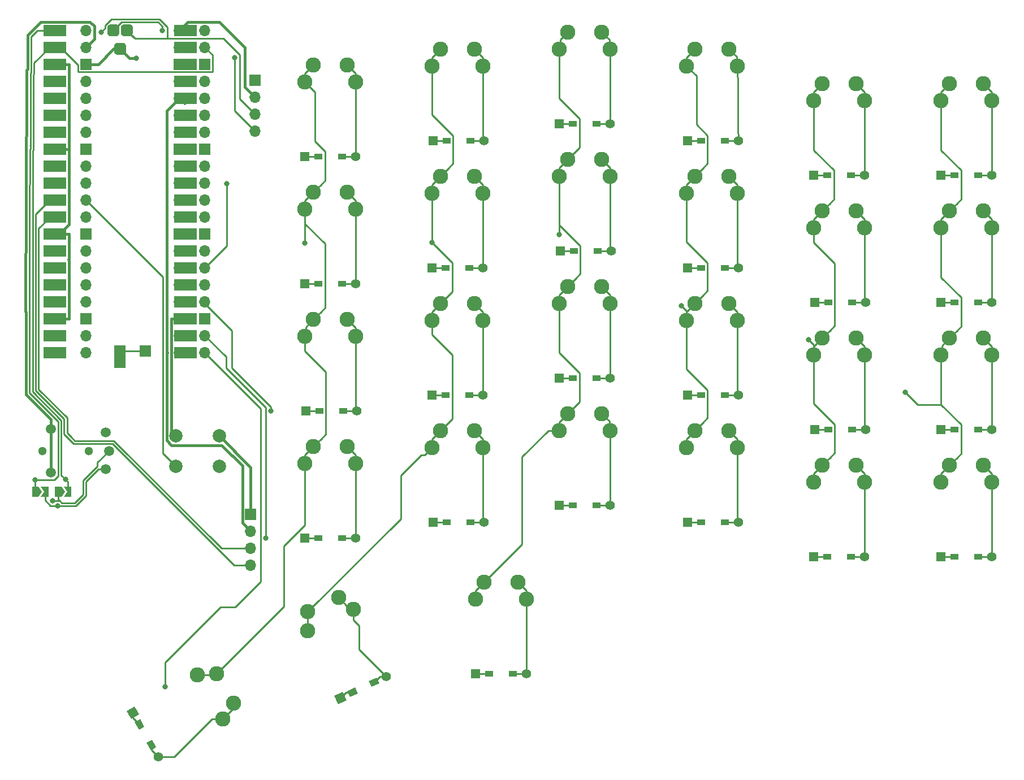
<source format=gtl>
G04 #@! TF.GenerationSoftware,KiCad,Pcbnew,(5.1.4)-1*
G04 #@! TF.CreationDate,2021-07-06T10:58:29+08:00*
G04 #@! TF.ProjectId,Split Keeb,53706c69-7420-44b6-9565-622e6b696361,rev?*
G04 #@! TF.SameCoordinates,Original*
G04 #@! TF.FileFunction,Copper,L1,Top*
G04 #@! TF.FilePolarity,Positive*
%FSLAX46Y46*%
G04 Gerber Fmt 4.6, Leading zero omitted, Abs format (unit mm)*
G04 Created by KiCad (PCBNEW (5.1.4)-1) date 2021-07-06 10:58:29*
%MOMM*%
%LPD*%
G04 APERTURE LIST*
%ADD10C,0.300000*%
%ADD11C,0.100000*%
%ADD12C,2.286000*%
%ADD13R,1.700000X1.700000*%
%ADD14R,1.700000X3.500000*%
%ADD15R,3.500000X1.700000*%
%ADD16O,1.700000X1.700000*%
%ADD17C,1.750000*%
%ADD18C,2.000000*%
%ADD19C,1.300000*%
%ADD20C,1.500000*%
%ADD21R,1.300000X0.950000*%
%ADD22C,1.397000*%
%ADD23R,1.397000X1.397000*%
%ADD24C,0.950000*%
%ADD25C,0.800000*%
%ADD26C,0.250000*%
%ADD27C,0.400000*%
G04 APERTURE END LIST*
D10*
X70877600Y-120675400D03*
D11*
G36*
X71877600Y-120675400D02*
G01*
X71377600Y-121425400D01*
X70377600Y-121425400D01*
X70377600Y-119925400D01*
X71377600Y-119925400D01*
X71877600Y-120675400D01*
X71877600Y-120675400D01*
G37*
D10*
X72327600Y-120675400D03*
D11*
G36*
X72827600Y-121425400D02*
G01*
X71677600Y-121425400D01*
X72177600Y-120675400D01*
X71677600Y-119925400D01*
X72827600Y-119925400D01*
X72827600Y-121425400D01*
X72827600Y-121425400D01*
G37*
D10*
X74332000Y-120675400D03*
D11*
G36*
X75332000Y-120675400D02*
G01*
X74832000Y-121425400D01*
X73832000Y-121425400D01*
X73832000Y-119925400D01*
X74832000Y-119925400D01*
X75332000Y-120675400D01*
X75332000Y-120675400D01*
G37*
D10*
X75782000Y-120675400D03*
D11*
G36*
X76282000Y-121425400D02*
G01*
X75132000Y-121425400D01*
X75632000Y-120675400D01*
X75132000Y-119925400D01*
X76282000Y-119925400D01*
X76282000Y-121425400D01*
X76282000Y-121425400D01*
G37*
D12*
X118872000Y-59309000D03*
X112522000Y-56769000D03*
X117602000Y-56769000D03*
X111252000Y-59309000D03*
X137922000Y-56896000D03*
X131572000Y-54356000D03*
X136652000Y-54356000D03*
X130302000Y-56896000D03*
X156972000Y-54356000D03*
X150622000Y-51816000D03*
X155702000Y-51816000D03*
X149352000Y-54356000D03*
X176022000Y-56896000D03*
X169672000Y-54356000D03*
X174752000Y-54356000D03*
X168402000Y-56896000D03*
X195072000Y-62103000D03*
X188722000Y-59563000D03*
X193802000Y-59563000D03*
X187452000Y-62103000D03*
X214122000Y-62103000D03*
X207772000Y-59563000D03*
X212852000Y-59563000D03*
X206502000Y-62103000D03*
X118872000Y-78359000D03*
X112522000Y-75819000D03*
X117602000Y-75819000D03*
X111252000Y-78359000D03*
X137922000Y-75946000D03*
X131572000Y-73406000D03*
X136652000Y-73406000D03*
X130302000Y-75946000D03*
X156972000Y-73406000D03*
X150622000Y-70866000D03*
X155702000Y-70866000D03*
X149352000Y-73406000D03*
X176022000Y-75946000D03*
X169672000Y-73406000D03*
X174752000Y-73406000D03*
X168402000Y-75946000D03*
X195072000Y-81153000D03*
X188722000Y-78613000D03*
X193802000Y-78613000D03*
X187452000Y-81153000D03*
X214122000Y-81153000D03*
X207772000Y-78613000D03*
X212852000Y-78613000D03*
X206502000Y-81153000D03*
X118872000Y-97409000D03*
X112522000Y-94869000D03*
X117602000Y-94869000D03*
X111252000Y-97409000D03*
X137922000Y-94996000D03*
X131572000Y-92456000D03*
X136652000Y-92456000D03*
X130302000Y-94996000D03*
X156972000Y-92456000D03*
X150622000Y-89916000D03*
X155702000Y-89916000D03*
X149352000Y-92456000D03*
X176022000Y-94996000D03*
X169672000Y-92456000D03*
X174752000Y-92456000D03*
X168402000Y-94996000D03*
X195072000Y-100203000D03*
X188722000Y-97663000D03*
X193802000Y-97663000D03*
X187452000Y-100203000D03*
X214122000Y-100203000D03*
X207772000Y-97663000D03*
X212852000Y-97663000D03*
X206502000Y-100203000D03*
X118872000Y-116459000D03*
X112522000Y-113919000D03*
X117602000Y-113919000D03*
X111252000Y-116459000D03*
X137922000Y-114046000D03*
X131572000Y-111506000D03*
X136652000Y-111506000D03*
X130302000Y-114046000D03*
X156972000Y-111506000D03*
X150622000Y-108966000D03*
X155702000Y-108966000D03*
X149352000Y-111506000D03*
X176022000Y-114046000D03*
X169672000Y-111506000D03*
X174752000Y-111506000D03*
X168402000Y-114046000D03*
X195072000Y-119253000D03*
X188722000Y-116713000D03*
X193802000Y-116713000D03*
X187452000Y-119253000D03*
X214122000Y-119253000D03*
X207772000Y-116713000D03*
X212852000Y-116713000D03*
X206502000Y-119253000D03*
X98973705Y-154682585D03*
X97998409Y-147913323D03*
X100538409Y-152312733D03*
X95163705Y-148083471D03*
X118514208Y-138287719D03*
X111685703Y-138669323D03*
X116289747Y-136522422D03*
X111608143Y-141508070D03*
X144399000Y-136779000D03*
X138049000Y-134239000D03*
X143129000Y-134239000D03*
X136779000Y-136779000D03*
D13*
X83566000Y-99592000D03*
D14*
X83566000Y-100492000D03*
D15*
X93356000Y-99822000D03*
X93356000Y-97282000D03*
X93356000Y-94742000D03*
X93356000Y-92202000D03*
X93356000Y-89662000D03*
X93356000Y-87122000D03*
X93356000Y-84582000D03*
X93356000Y-82042000D03*
X93356000Y-79502000D03*
X93356000Y-76962000D03*
X93356000Y-74422000D03*
X93356000Y-71882000D03*
X93356000Y-69342000D03*
X93356000Y-66802000D03*
X93356000Y-64262000D03*
X93356000Y-61722000D03*
X93356000Y-59182000D03*
X93356000Y-56642000D03*
X93356000Y-54102000D03*
X93356000Y-51562000D03*
X73776000Y-99822000D03*
X73776000Y-97282000D03*
X73776000Y-94742000D03*
X73776000Y-92202000D03*
X73776000Y-89662000D03*
X73776000Y-87122000D03*
X73776000Y-84582000D03*
X73776000Y-82042000D03*
X73776000Y-79502000D03*
X73776000Y-76962000D03*
X73776000Y-74422000D03*
X73776000Y-71882000D03*
X73776000Y-69342000D03*
X73776000Y-66802000D03*
X73776000Y-64262000D03*
X73776000Y-61722000D03*
X73776000Y-59182000D03*
X73776000Y-56642000D03*
X73776000Y-54102000D03*
X73776000Y-51562000D03*
D16*
X92456000Y-51562000D03*
X92456000Y-54102000D03*
D13*
X92456000Y-56642000D03*
D16*
X92456000Y-59182000D03*
X92456000Y-61722000D03*
X92456000Y-64262000D03*
X92456000Y-66802000D03*
D13*
X92456000Y-69342000D03*
D16*
X92456000Y-71882000D03*
X92456000Y-74422000D03*
X92456000Y-76962000D03*
X92456000Y-79502000D03*
D13*
X92456000Y-82042000D03*
D16*
X92456000Y-84582000D03*
X92456000Y-87122000D03*
X92456000Y-89662000D03*
X92456000Y-92202000D03*
D13*
X92456000Y-94742000D03*
D16*
X92456000Y-97282000D03*
X92456000Y-99822000D03*
X74676000Y-99822000D03*
X74676000Y-97282000D03*
D13*
X74676000Y-94742000D03*
D16*
X74676000Y-92202000D03*
X74676000Y-89662000D03*
X74676000Y-87122000D03*
X74676000Y-84582000D03*
D13*
X74676000Y-82042000D03*
D16*
X74676000Y-79502000D03*
X74676000Y-76962000D03*
X74676000Y-74422000D03*
X74676000Y-71882000D03*
D13*
X74676000Y-69342000D03*
D16*
X74676000Y-66802000D03*
X74676000Y-64262000D03*
X74676000Y-61722000D03*
X74676000Y-59182000D03*
D13*
X74676000Y-56642000D03*
D16*
X74676000Y-54102000D03*
X74676000Y-51562000D03*
D11*
G36*
X84046382Y-53469107D02*
G01*
X84088852Y-53475406D01*
X84130500Y-53485839D01*
X84170924Y-53500303D01*
X84209736Y-53518659D01*
X84246562Y-53540732D01*
X84281047Y-53566308D01*
X84312859Y-53595141D01*
X84341692Y-53626953D01*
X84367268Y-53661438D01*
X84389341Y-53698264D01*
X84407697Y-53737076D01*
X84422161Y-53777500D01*
X84432594Y-53819148D01*
X84438893Y-53861618D01*
X84441000Y-53904500D01*
X84441000Y-54779500D01*
X84438893Y-54822382D01*
X84432594Y-54864852D01*
X84422161Y-54906500D01*
X84407697Y-54946924D01*
X84389341Y-54985736D01*
X84367268Y-55022562D01*
X84341692Y-55057047D01*
X84312859Y-55088859D01*
X84281047Y-55117692D01*
X84246562Y-55143268D01*
X84209736Y-55165341D01*
X84170924Y-55183697D01*
X84130500Y-55198161D01*
X84088852Y-55208594D01*
X84046382Y-55214893D01*
X84003500Y-55217000D01*
X83128500Y-55217000D01*
X83085618Y-55214893D01*
X83043148Y-55208594D01*
X83001500Y-55198161D01*
X82961076Y-55183697D01*
X82922264Y-55165341D01*
X82885438Y-55143268D01*
X82850953Y-55117692D01*
X82819141Y-55088859D01*
X82790308Y-55057047D01*
X82764732Y-55022562D01*
X82742659Y-54985736D01*
X82724303Y-54946924D01*
X82709839Y-54906500D01*
X82699406Y-54864852D01*
X82693107Y-54822382D01*
X82691000Y-54779500D01*
X82691000Y-53904500D01*
X82693107Y-53861618D01*
X82699406Y-53819148D01*
X82709839Y-53777500D01*
X82724303Y-53737076D01*
X82742659Y-53698264D01*
X82764732Y-53661438D01*
X82790308Y-53626953D01*
X82819141Y-53595141D01*
X82850953Y-53566308D01*
X82885438Y-53540732D01*
X82922264Y-53518659D01*
X82961076Y-53500303D01*
X83001500Y-53485839D01*
X83043148Y-53475406D01*
X83085618Y-53469107D01*
X83128500Y-53467000D01*
X84003500Y-53467000D01*
X84046382Y-53469107D01*
X84046382Y-53469107D01*
G37*
D17*
X83566000Y-54342000D03*
D11*
G36*
X83030382Y-50694107D02*
G01*
X83072852Y-50700406D01*
X83114500Y-50710839D01*
X83154924Y-50725303D01*
X83193736Y-50743659D01*
X83230562Y-50765732D01*
X83265047Y-50791308D01*
X83296859Y-50820141D01*
X83325692Y-50851953D01*
X83351268Y-50886438D01*
X83373341Y-50923264D01*
X83391697Y-50962076D01*
X83406161Y-51002500D01*
X83416594Y-51044148D01*
X83422893Y-51086618D01*
X83425000Y-51129500D01*
X83425000Y-52004500D01*
X83422893Y-52047382D01*
X83416594Y-52089852D01*
X83406161Y-52131500D01*
X83391697Y-52171924D01*
X83373341Y-52210736D01*
X83351268Y-52247562D01*
X83325692Y-52282047D01*
X83296859Y-52313859D01*
X83265047Y-52342692D01*
X83230562Y-52368268D01*
X83193736Y-52390341D01*
X83154924Y-52408697D01*
X83114500Y-52423161D01*
X83072852Y-52433594D01*
X83030382Y-52439893D01*
X82987500Y-52442000D01*
X82112500Y-52442000D01*
X82069618Y-52439893D01*
X82027148Y-52433594D01*
X81985500Y-52423161D01*
X81945076Y-52408697D01*
X81906264Y-52390341D01*
X81869438Y-52368268D01*
X81834953Y-52342692D01*
X81803141Y-52313859D01*
X81774308Y-52282047D01*
X81748732Y-52247562D01*
X81726659Y-52210736D01*
X81708303Y-52171924D01*
X81693839Y-52131500D01*
X81683406Y-52089852D01*
X81677107Y-52047382D01*
X81675000Y-52004500D01*
X81675000Y-51129500D01*
X81677107Y-51086618D01*
X81683406Y-51044148D01*
X81693839Y-51002500D01*
X81708303Y-50962076D01*
X81726659Y-50923264D01*
X81748732Y-50886438D01*
X81774308Y-50851953D01*
X81803141Y-50820141D01*
X81834953Y-50791308D01*
X81869438Y-50765732D01*
X81906264Y-50743659D01*
X81945076Y-50725303D01*
X81985500Y-50710839D01*
X82027148Y-50700406D01*
X82069618Y-50694107D01*
X82112500Y-50692000D01*
X82987500Y-50692000D01*
X83030382Y-50694107D01*
X83030382Y-50694107D01*
G37*
D17*
X82550000Y-51567000D03*
D11*
G36*
X85062382Y-50694107D02*
G01*
X85104852Y-50700406D01*
X85146500Y-50710839D01*
X85186924Y-50725303D01*
X85225736Y-50743659D01*
X85262562Y-50765732D01*
X85297047Y-50791308D01*
X85328859Y-50820141D01*
X85357692Y-50851953D01*
X85383268Y-50886438D01*
X85405341Y-50923264D01*
X85423697Y-50962076D01*
X85438161Y-51002500D01*
X85448594Y-51044148D01*
X85454893Y-51086618D01*
X85457000Y-51129500D01*
X85457000Y-52004500D01*
X85454893Y-52047382D01*
X85448594Y-52089852D01*
X85438161Y-52131500D01*
X85423697Y-52171924D01*
X85405341Y-52210736D01*
X85383268Y-52247562D01*
X85357692Y-52282047D01*
X85328859Y-52313859D01*
X85297047Y-52342692D01*
X85262562Y-52368268D01*
X85225736Y-52390341D01*
X85186924Y-52408697D01*
X85146500Y-52423161D01*
X85104852Y-52433594D01*
X85062382Y-52439893D01*
X85019500Y-52442000D01*
X84144500Y-52442000D01*
X84101618Y-52439893D01*
X84059148Y-52433594D01*
X84017500Y-52423161D01*
X83977076Y-52408697D01*
X83938264Y-52390341D01*
X83901438Y-52368268D01*
X83866953Y-52342692D01*
X83835141Y-52313859D01*
X83806308Y-52282047D01*
X83780732Y-52247562D01*
X83758659Y-52210736D01*
X83740303Y-52171924D01*
X83725839Y-52131500D01*
X83715406Y-52089852D01*
X83709107Y-52047382D01*
X83707000Y-52004500D01*
X83707000Y-51129500D01*
X83709107Y-51086618D01*
X83715406Y-51044148D01*
X83725839Y-51002500D01*
X83740303Y-50962076D01*
X83758659Y-50923264D01*
X83780732Y-50886438D01*
X83806308Y-50851953D01*
X83835141Y-50820141D01*
X83866953Y-50791308D01*
X83901438Y-50765732D01*
X83938264Y-50743659D01*
X83977076Y-50725303D01*
X84017500Y-50710839D01*
X84059148Y-50700406D01*
X84101618Y-50694107D01*
X84144500Y-50692000D01*
X85019500Y-50692000D01*
X85062382Y-50694107D01*
X85062382Y-50694107D01*
G37*
D17*
X84582000Y-51567000D03*
D16*
X78486000Y-92202000D03*
X78486000Y-61722000D03*
X96266000Y-97282000D03*
X78486000Y-84582000D03*
X96266000Y-92202000D03*
X96266000Y-51562000D03*
D13*
X96266000Y-94742000D03*
X96266000Y-69342000D03*
D16*
X96266000Y-61722000D03*
X96266000Y-71882000D03*
X96266000Y-79502000D03*
X96266000Y-99822000D03*
D13*
X96266000Y-82042000D03*
D16*
X78486000Y-66802000D03*
X96266000Y-89662000D03*
X96266000Y-84582000D03*
D13*
X78486000Y-82042000D03*
D16*
X78486000Y-76962000D03*
X78486000Y-74422000D03*
X96266000Y-74422000D03*
X78486000Y-99822000D03*
X78486000Y-71882000D03*
X78486000Y-89662000D03*
X96266000Y-87122000D03*
X96266000Y-76962000D03*
X96266000Y-59182000D03*
X78486000Y-87122000D03*
X96266000Y-64262000D03*
D13*
X96266000Y-56642000D03*
D16*
X78486000Y-79502000D03*
X96266000Y-66802000D03*
D13*
X78486000Y-94742000D03*
X78486000Y-69342000D03*
D16*
X78486000Y-64262000D03*
X78486000Y-59182000D03*
X96266000Y-54102000D03*
X78486000Y-97282000D03*
D13*
X78486000Y-56642000D03*
D16*
X78486000Y-54102000D03*
X78486000Y-51562000D03*
D13*
X87376000Y-99592000D03*
D16*
X103759000Y-66675000D03*
X103759000Y-64135000D03*
X103759000Y-61595000D03*
D13*
X103759000Y-59055000D03*
D18*
X91925000Y-116840000D03*
X91925000Y-112340000D03*
X98425000Y-116840000D03*
X98425000Y-112340000D03*
D16*
X103124000Y-131699000D03*
X103124000Y-129159000D03*
X103124000Y-126619000D03*
D13*
X103124000Y-124079000D03*
D19*
X71915000Y-114554000D03*
D20*
X81415000Y-111804000D03*
X81415000Y-117304000D03*
X81915000Y-114554000D03*
X73215000Y-111304000D03*
X73215000Y-117804000D03*
D19*
X78915000Y-114554000D03*
D21*
X142364000Y-147955000D03*
D22*
X144399000Y-147955000D03*
D23*
X136779000Y-147955000D03*
D21*
X138814000Y-147955000D03*
D24*
X121596031Y-149221212D03*
D11*
G36*
X121207675Y-149926410D02*
G01*
X120806187Y-149065418D01*
X121984387Y-148516014D01*
X122385875Y-149377006D01*
X121207675Y-149926410D01*
X121207675Y-149926410D01*
G37*
D22*
X123440368Y-148361183D03*
X116534302Y-151581535D03*
D11*
G36*
X116196445Y-152509790D02*
G01*
X115606047Y-151243678D01*
X116872159Y-150653280D01*
X117462557Y-151919392D01*
X116196445Y-152509790D01*
X116196445Y-152509790D01*
G37*
D24*
X118378639Y-150721506D03*
D11*
G36*
X117990283Y-151426704D02*
G01*
X117588795Y-150565712D01*
X118766995Y-150016308D01*
X119168483Y-150877300D01*
X117990283Y-151426704D01*
X117990283Y-151426704D01*
G37*
D24*
X88257334Y-158624357D03*
D11*
G36*
X87520972Y-158298940D02*
G01*
X88343696Y-157823940D01*
X88993696Y-158949774D01*
X88170972Y-159424774D01*
X87520972Y-158298940D01*
X87520972Y-158298940D01*
G37*
D22*
X89274834Y-160386719D03*
X85464834Y-153787605D03*
D11*
G36*
X84510665Y-153531936D02*
G01*
X85720503Y-152833436D01*
X86419003Y-154043274D01*
X85209165Y-154741774D01*
X84510665Y-153531936D01*
X84510665Y-153531936D01*
G37*
D24*
X86482334Y-155549967D03*
D11*
G36*
X85745972Y-155224550D02*
G01*
X86568696Y-154749550D01*
X87218696Y-155875384D01*
X86395972Y-156350384D01*
X85745972Y-155224550D01*
X85745972Y-155224550D01*
G37*
D21*
X212087000Y-130429000D03*
D22*
X214122000Y-130429000D03*
D23*
X206502000Y-130429000D03*
D21*
X208537000Y-130429000D03*
X193037000Y-130429000D03*
D22*
X195072000Y-130429000D03*
D23*
X187452000Y-130429000D03*
D21*
X189487000Y-130429000D03*
X174111000Y-125222000D03*
D22*
X176146000Y-125222000D03*
D23*
X168526000Y-125222000D03*
D21*
X170561000Y-125222000D03*
X154937000Y-122682000D03*
D22*
X156972000Y-122682000D03*
D23*
X149352000Y-122682000D03*
D21*
X151387000Y-122682000D03*
X136014000Y-125222000D03*
D22*
X138049000Y-125222000D03*
D23*
X130429000Y-125222000D03*
D21*
X132464000Y-125222000D03*
X116837000Y-127635000D03*
D22*
X118872000Y-127635000D03*
D23*
X111252000Y-127635000D03*
D21*
X113287000Y-127635000D03*
X212087000Y-111379000D03*
D22*
X214122000Y-111379000D03*
D23*
X206502000Y-111379000D03*
D21*
X208537000Y-111379000D03*
X193164000Y-111379000D03*
D22*
X195199000Y-111379000D03*
D23*
X187579000Y-111379000D03*
D21*
X189614000Y-111379000D03*
X174114000Y-106172000D03*
D22*
X176149000Y-106172000D03*
D23*
X168529000Y-106172000D03*
D21*
X170564000Y-106172000D03*
X154937000Y-103632000D03*
D22*
X156972000Y-103632000D03*
D23*
X149352000Y-103632000D03*
D21*
X151387000Y-103632000D03*
X135887000Y-106172000D03*
D22*
X137922000Y-106172000D03*
D23*
X130302000Y-106172000D03*
D21*
X132337000Y-106172000D03*
X116964000Y-108585000D03*
D22*
X118999000Y-108585000D03*
D23*
X111379000Y-108585000D03*
D21*
X113414000Y-108585000D03*
X212087000Y-92329000D03*
D22*
X214122000Y-92329000D03*
D23*
X206502000Y-92329000D03*
D21*
X208537000Y-92329000D03*
X193164000Y-92329000D03*
D22*
X195199000Y-92329000D03*
D23*
X187579000Y-92329000D03*
D21*
X189614000Y-92329000D03*
X174114000Y-87122000D03*
D22*
X176149000Y-87122000D03*
D23*
X168529000Y-87122000D03*
D21*
X170564000Y-87122000D03*
X155064000Y-84582000D03*
D22*
X157099000Y-84582000D03*
D23*
X149479000Y-84582000D03*
D21*
X151514000Y-84582000D03*
X135887000Y-87122000D03*
D22*
X137922000Y-87122000D03*
D23*
X130302000Y-87122000D03*
D21*
X132337000Y-87122000D03*
X116837000Y-89535000D03*
D22*
X118872000Y-89535000D03*
D23*
X111252000Y-89535000D03*
D21*
X113287000Y-89535000D03*
X212087000Y-73279000D03*
D22*
X214122000Y-73279000D03*
D23*
X206502000Y-73279000D03*
D21*
X208537000Y-73279000D03*
X193037000Y-73279000D03*
D22*
X195072000Y-73279000D03*
D23*
X187452000Y-73279000D03*
D21*
X189487000Y-73279000D03*
X174117000Y-68072000D03*
D22*
X176152000Y-68072000D03*
D23*
X168532000Y-68072000D03*
D21*
X170567000Y-68072000D03*
X154937000Y-65532000D03*
D22*
X156972000Y-65532000D03*
D23*
X149352000Y-65532000D03*
D21*
X151387000Y-65532000D03*
X136014000Y-68072000D03*
D22*
X138049000Y-68072000D03*
D23*
X130429000Y-68072000D03*
D21*
X132464000Y-68072000D03*
X116837000Y-70485000D03*
D22*
X118872000Y-70485000D03*
D23*
X111252000Y-70485000D03*
D21*
X113287000Y-70485000D03*
D25*
X99568000Y-74549000D03*
X106172000Y-108585000D03*
X105410000Y-127635000D03*
X90297000Y-149860000D03*
X85979000Y-55753000D03*
X100748000Y-55626000D03*
X89916000Y-51562000D03*
X80716704Y-51823599D03*
X111252000Y-83439000D03*
X130302000Y-83376998D03*
X149352000Y-82169000D03*
X167640000Y-92837000D03*
X186690000Y-97917000D03*
X201168000Y-105791000D03*
X73493800Y-122080798D03*
X74218800Y-122809000D03*
X70840600Y-118872000D03*
X75387200Y-118846600D03*
D26*
X118872000Y-58039000D02*
X118872000Y-59309000D01*
X117602000Y-56769000D02*
X118872000Y-58039000D01*
X118872000Y-59309000D02*
X118872000Y-70485000D01*
X116837000Y-70485000D02*
X118872000Y-70485000D01*
X208537000Y-73279000D02*
X206502000Y-73279000D01*
X189487000Y-73279000D02*
X187452000Y-73279000D01*
X170567000Y-68072000D02*
X168532000Y-68072000D01*
X151387000Y-65532000D02*
X149352000Y-65532000D01*
X132464000Y-68072000D02*
X130429000Y-68072000D01*
X111252000Y-70485000D02*
X113287000Y-70485000D01*
X99568000Y-83820000D02*
X96266000Y-87122000D01*
X99568000Y-74549000D02*
X99568000Y-83820000D01*
X137922000Y-55626000D02*
X137922000Y-56896000D01*
X136652000Y-54356000D02*
X137922000Y-55626000D01*
X137922000Y-67945000D02*
X138049000Y-68072000D01*
X137922000Y-56896000D02*
X137922000Y-67945000D01*
X136014000Y-68072000D02*
X138049000Y-68072000D01*
X156844999Y-54228999D02*
X156972000Y-54356000D01*
X156844999Y-52958999D02*
X156844999Y-54228999D01*
X155702000Y-51816000D02*
X156844999Y-52958999D01*
X156972000Y-54356000D02*
X156972000Y-65532000D01*
X156972000Y-65532000D02*
X154937000Y-65532000D01*
X175894999Y-56768999D02*
X176022000Y-56896000D01*
X175894999Y-55498999D02*
X175894999Y-56768999D01*
X174752000Y-54356000D02*
X175894999Y-55498999D01*
X176152000Y-67084172D02*
X176152000Y-68072000D01*
X176116099Y-67048271D02*
X176152000Y-67084172D01*
X176116099Y-58606545D02*
X176116099Y-67048271D01*
X176022000Y-58512446D02*
X176116099Y-58606545D01*
X176022000Y-56896000D02*
X176022000Y-58512446D01*
X176152000Y-68072000D02*
X174117000Y-68072000D01*
X195072000Y-60833000D02*
X195072000Y-62103000D01*
X193802000Y-59563000D02*
X195072000Y-60833000D01*
X195072000Y-65113334D02*
X195072000Y-73279000D01*
X195072000Y-62103000D02*
X195072000Y-65113334D01*
X195072000Y-73279000D02*
X193037000Y-73279000D01*
X214122000Y-60833000D02*
X214122000Y-62103000D01*
X212852000Y-59563000D02*
X214122000Y-60833000D01*
X214122000Y-62103000D02*
X214122000Y-73279000D01*
X214122000Y-73279000D02*
X212087000Y-73279000D01*
X118872000Y-77089000D02*
X118872000Y-78359000D01*
X117602000Y-75819000D02*
X118872000Y-77089000D01*
X118872000Y-78359000D02*
X118872000Y-89535000D01*
X118872000Y-89535000D02*
X116837000Y-89535000D01*
X208537000Y-92329000D02*
X206502000Y-92329000D01*
X189614000Y-92329000D02*
X187579000Y-92329000D01*
X170564000Y-87122000D02*
X168529000Y-87122000D01*
X149479000Y-84582000D02*
X151514000Y-84582000D01*
X132337000Y-87122000D02*
X130302000Y-87122000D01*
X113287000Y-89535000D02*
X111252000Y-89535000D01*
X137922000Y-74676000D02*
X137922000Y-75946000D01*
X136652000Y-73406000D02*
X137922000Y-74676000D01*
X137922000Y-75946000D02*
X137922000Y-87122000D01*
X135887000Y-87122000D02*
X137922000Y-87122000D01*
X156972000Y-72136000D02*
X156972000Y-73406000D01*
X155702000Y-70866000D02*
X156972000Y-72136000D01*
X156972000Y-84455000D02*
X157099000Y-84582000D01*
X156972000Y-73406000D02*
X156972000Y-84455000D01*
X157099000Y-84582000D02*
X155064000Y-84582000D01*
X176022000Y-74676000D02*
X176022000Y-75946000D01*
X174752000Y-73406000D02*
X176022000Y-74676000D01*
X176022000Y-86995000D02*
X176149000Y-87122000D01*
X176022000Y-75946000D02*
X176022000Y-86995000D01*
X174114000Y-87122000D02*
X176149000Y-87122000D01*
X195072000Y-79883000D02*
X195072000Y-81153000D01*
X193802000Y-78613000D02*
X195072000Y-79883000D01*
X195072000Y-92202000D02*
X195199000Y-92329000D01*
X195072000Y-81153000D02*
X195072000Y-92202000D01*
X195199000Y-92329000D02*
X193164000Y-92329000D01*
X214122000Y-79883000D02*
X214122000Y-81153000D01*
X212852000Y-78613000D02*
X214122000Y-79883000D01*
X214122000Y-81153000D02*
X214122000Y-92329000D01*
X214122000Y-92329000D02*
X212087000Y-92329000D01*
X118872000Y-96139000D02*
X118872000Y-97409000D01*
X117602000Y-94869000D02*
X118872000Y-96139000D01*
X118872000Y-108458000D02*
X118999000Y-108585000D01*
X118872000Y-97409000D02*
X118872000Y-108458000D01*
X116964000Y-108585000D02*
X118999000Y-108585000D01*
X208537000Y-111379000D02*
X206502000Y-111379000D01*
X189614000Y-111379000D02*
X187579000Y-111379000D01*
X170564000Y-106172000D02*
X168529000Y-106172000D01*
X151387000Y-103632000D02*
X149352000Y-103632000D01*
X130302000Y-106172000D02*
X132337000Y-106172000D01*
X111379000Y-108585000D02*
X113414000Y-108585000D01*
X106172000Y-108019315D02*
X100330000Y-102177315D01*
X106172000Y-108585000D02*
X106172000Y-108019315D01*
X96266000Y-92456998D02*
X96266000Y-92202000D01*
X100330000Y-96520998D02*
X96266000Y-92456998D01*
X100330000Y-102177315D02*
X100330000Y-96520998D01*
X137922000Y-93726000D02*
X137922000Y-94996000D01*
X136652000Y-92456000D02*
X137922000Y-93726000D01*
X135887000Y-106172000D02*
X137922000Y-106172000D01*
X137922000Y-94996000D02*
X137922000Y-98006334D01*
X137922000Y-98006334D02*
X137922000Y-106172000D01*
X156972000Y-91186000D02*
X156972000Y-92456000D01*
X155702000Y-89916000D02*
X156972000Y-91186000D01*
X156972000Y-92456000D02*
X156972000Y-103632000D01*
X154937000Y-103632000D02*
X156972000Y-103632000D01*
X176022000Y-93726000D02*
X176022000Y-94996000D01*
X174752000Y-92456000D02*
X176022000Y-93726000D01*
X176022000Y-106045000D02*
X176149000Y-106172000D01*
X176022000Y-94996000D02*
X176022000Y-106045000D01*
X176149000Y-106172000D02*
X174114000Y-106172000D01*
X195072000Y-98933000D02*
X195072000Y-100203000D01*
X193802000Y-97663000D02*
X195072000Y-98933000D01*
X195072000Y-111252000D02*
X195199000Y-111379000D01*
X195072000Y-100203000D02*
X195072000Y-111252000D01*
X195199000Y-111379000D02*
X193164000Y-111379000D01*
X214122000Y-98933000D02*
X214122000Y-100203000D01*
X212852000Y-97663000D02*
X214122000Y-98933000D01*
X214122000Y-100203000D02*
X214122000Y-111379000D01*
X214122000Y-111379000D02*
X212087000Y-111379000D01*
X118872000Y-115189000D02*
X118872000Y-116459000D01*
X117602000Y-113919000D02*
X118872000Y-115189000D01*
X118872000Y-116459000D02*
X118872000Y-127635000D01*
X116837000Y-127635000D02*
X118872000Y-127635000D01*
X208537000Y-130429000D02*
X206502000Y-130429000D01*
X189487000Y-130429000D02*
X187452000Y-130429000D01*
X170561000Y-125222000D02*
X168526000Y-125222000D01*
X149352000Y-122682000D02*
X151387000Y-122682000D01*
X130429000Y-125222000D02*
X132464000Y-125222000D01*
X105410000Y-127635000D02*
X105410000Y-108077000D01*
X105410000Y-108077000D02*
X99441000Y-102108000D01*
X99441000Y-100457000D02*
X96266000Y-97282000D01*
X99441000Y-102108000D02*
X99441000Y-100457000D01*
X113287000Y-127635000D02*
X111252000Y-127635000D01*
X137922000Y-112776000D02*
X137922000Y-114046000D01*
X136652000Y-111506000D02*
X137922000Y-112776000D01*
X137922000Y-125095000D02*
X138049000Y-125222000D01*
X137922000Y-114046000D02*
X137922000Y-125095000D01*
X136014000Y-125222000D02*
X138049000Y-125222000D01*
X154937000Y-122682000D02*
X156972000Y-122682000D01*
X156844999Y-111378999D02*
X156972000Y-111506000D01*
X156844999Y-110108999D02*
X156844999Y-111378999D01*
X155702000Y-108966000D02*
X156844999Y-110108999D01*
X156972000Y-111506000D02*
X156972000Y-122682000D01*
X176022000Y-112776000D02*
X176022000Y-114046000D01*
X174752000Y-111506000D02*
X176022000Y-112776000D01*
X176022000Y-125098000D02*
X176146000Y-125222000D01*
X176022000Y-114046000D02*
X176022000Y-125098000D01*
X176146000Y-125222000D02*
X174111000Y-125222000D01*
X195072000Y-117983000D02*
X195072000Y-119253000D01*
X193802000Y-116713000D02*
X195072000Y-117983000D01*
X195072000Y-119253000D02*
X195072000Y-130429000D01*
X195072000Y-130429000D02*
X193037000Y-130429000D01*
X214122000Y-117983000D02*
X214122000Y-119253000D01*
X212852000Y-116713000D02*
X214122000Y-117983000D01*
X214122000Y-122263334D02*
X214122000Y-130429000D01*
X214122000Y-119253000D02*
X214122000Y-122263334D01*
X214122000Y-130429000D02*
X212087000Y-130429000D01*
X88257334Y-159369219D02*
X89274834Y-160386719D01*
X88257334Y-158624357D02*
X88257334Y-159369219D01*
X90262662Y-160386719D02*
X89274834Y-160386719D01*
X91653125Y-160386719D02*
X90262662Y-160386719D01*
X97357259Y-154682585D02*
X91653125Y-160386719D01*
X98973705Y-154682585D02*
X97357259Y-154682585D01*
X100538409Y-153117881D02*
X100538409Y-152312733D01*
X98973705Y-154682585D02*
X100538409Y-153117881D01*
X138814000Y-147955000D02*
X136779000Y-147955000D01*
X117394331Y-150721506D02*
X116534302Y-151581535D01*
X118378639Y-150721506D02*
X117394331Y-150721506D01*
X85464834Y-154532467D02*
X86482334Y-155549967D01*
X85464834Y-153787605D02*
X85464834Y-154532467D01*
X104648000Y-108204000D02*
X96266000Y-99822000D01*
X104648000Y-134112000D02*
X104648000Y-108204000D01*
X100838000Y-137922000D02*
X104648000Y-134112000D01*
X98640002Y-137922000D02*
X100838000Y-137922000D01*
X90297000Y-149860000D02*
X90297000Y-146265002D01*
X90297000Y-146265002D02*
X98640002Y-137922000D01*
X117891910Y-137665421D02*
X118514208Y-138287719D01*
X117432746Y-137665421D02*
X117891910Y-137665421D01*
X116289747Y-136522422D02*
X117432746Y-137665421D01*
X118514208Y-139904165D02*
X119380000Y-140769957D01*
X118514208Y-138287719D02*
X118514208Y-139904165D01*
X119380000Y-144300815D02*
X123440368Y-148361183D01*
X119380000Y-140769957D02*
X119380000Y-144300815D01*
X122456060Y-148361183D02*
X121596031Y-149221212D01*
X123440368Y-148361183D02*
X122456060Y-148361183D01*
X144399000Y-135509000D02*
X144399000Y-136779000D01*
X143129000Y-134239000D02*
X144399000Y-135509000D01*
X144399000Y-138395446D02*
X144399000Y-147955000D01*
X144399000Y-136779000D02*
X144399000Y-138395446D01*
X144399000Y-147955000D02*
X142364000Y-147955000D01*
X73050400Y-76962000D02*
X74676000Y-76962000D01*
X70929022Y-79083378D02*
X73050400Y-76962000D01*
X70927820Y-105545200D02*
X70927820Y-79348960D01*
X75190019Y-112067999D02*
X75190019Y-109807399D01*
X70927820Y-79348960D02*
X70929022Y-79083378D01*
X75190019Y-109807399D02*
X70927820Y-105545200D01*
X103124000Y-131699000D02*
X100651002Y-131699000D01*
X82431001Y-113478999D02*
X76614601Y-113478999D01*
X76614601Y-113478999D02*
X76419602Y-113284000D01*
X76419602Y-113284000D02*
X76406020Y-113284000D01*
X100651002Y-131699000D02*
X82431001Y-113478999D01*
X76406020Y-113284000D02*
X75190019Y-112067999D01*
D27*
X103759000Y-61595000D02*
X102235000Y-60071000D01*
X93305999Y-50712001D02*
X92456000Y-51562000D01*
X93706001Y-50311999D02*
X93305999Y-50712001D01*
X98406997Y-50311999D02*
X93706001Y-50311999D01*
X102235000Y-54140002D02*
X98406997Y-50311999D01*
X102235000Y-60071000D02*
X102235000Y-54140002D01*
X91206000Y-94742000D02*
X92456000Y-94742000D01*
X91205999Y-111620999D02*
X91925000Y-112340000D01*
X91205999Y-111620999D02*
X91206000Y-94742000D01*
X84977000Y-55753000D02*
X83566000Y-54342000D01*
X85979000Y-55753000D02*
X84977000Y-55753000D01*
X80291000Y-56642000D02*
X78486000Y-56642000D01*
X82591000Y-54342000D02*
X80291000Y-56642000D01*
X83566000Y-54342000D02*
X82591000Y-54342000D01*
X103124000Y-117039000D02*
X98425000Y-112340000D01*
X103124000Y-124079000D02*
X103124000Y-117039000D01*
X75926000Y-82042000D02*
X74676000Y-82042000D01*
X75926001Y-85752001D02*
X75926000Y-82042000D01*
X75806003Y-85871999D02*
X75926001Y-85752001D01*
X75846001Y-85871999D02*
X75806003Y-85871999D01*
X75926001Y-85951999D02*
X75846001Y-85871999D01*
X75926001Y-94741999D02*
X75926001Y-85951999D01*
X74676000Y-94742000D02*
X75926001Y-94741999D01*
X75926000Y-56642000D02*
X74676000Y-56642000D01*
X75926001Y-80672001D02*
X75926000Y-56642000D01*
X74676000Y-81922002D02*
X75926001Y-80672001D01*
X74676000Y-82042000D02*
X74676000Y-81922002D01*
X75926001Y-78331999D02*
X75926001Y-80672001D01*
X75926001Y-69342001D02*
X75926001Y-78331999D01*
X74676000Y-69342000D02*
X75926001Y-69342001D01*
D26*
X93305999Y-62571999D02*
X92456000Y-61722000D01*
D27*
X101873999Y-116820001D02*
X98845998Y-113792000D01*
X103124000Y-126619000D02*
X101873999Y-125368999D01*
X101873999Y-125368999D02*
X101873999Y-116820001D01*
X90524999Y-99975001D02*
X90605990Y-99894010D01*
X90524999Y-113012001D02*
X90524999Y-99975001D01*
X91252999Y-113740001D02*
X90524999Y-113012001D01*
X98845998Y-113792000D02*
X98793999Y-113740001D01*
X98793999Y-113740001D02*
X91252999Y-113740001D01*
X90524999Y-63653001D02*
X92456000Y-61722000D01*
X90524999Y-99975001D02*
X90524999Y-63653001D01*
D26*
X89999989Y-88475989D02*
X78486000Y-76962000D01*
X89999989Y-114914989D02*
X89999989Y-88475989D01*
X91925000Y-116840000D02*
X89999989Y-114914989D01*
X73473919Y-79502000D02*
X74676000Y-79502000D01*
X73130998Y-79502000D02*
X73473919Y-79502000D01*
X71377830Y-81255168D02*
X73130998Y-79502000D01*
X71377830Y-105358800D02*
X71377830Y-81255168D01*
X75640029Y-111881599D02*
X75640028Y-109620998D01*
X103124000Y-129159000D02*
X98747412Y-129159000D01*
X98747412Y-129159000D02*
X82617401Y-113028989D01*
X76801001Y-113028989D02*
X76243212Y-112471200D01*
X75640028Y-109620998D02*
X71377830Y-105358800D01*
X82617401Y-113028989D02*
X76801001Y-113028989D01*
X76243212Y-112471200D02*
X76229630Y-112471200D01*
X76229630Y-112471200D02*
X75640029Y-111881599D01*
X103759000Y-66675000D02*
X100748000Y-63664000D01*
X100748000Y-63664000D02*
X100748000Y-55626000D01*
X83367569Y-50749431D02*
X82550000Y-51567000D01*
X83750010Y-50366990D02*
X83367569Y-50749431D01*
X89286675Y-50366990D02*
X83750010Y-50366990D01*
X89916000Y-50996315D02*
X89286675Y-50366990D01*
X89916000Y-51562000D02*
X89916000Y-50996315D01*
X103759000Y-64135000D02*
X101473000Y-61849000D01*
X101473000Y-61849000D02*
X101473000Y-55245000D01*
X85782010Y-52767010D02*
X85399569Y-52384569D01*
X101473000Y-55245000D02*
X98995010Y-52767010D01*
X85598000Y-52583000D02*
X84582000Y-51567000D01*
X90641001Y-52741999D02*
X90615990Y-52767010D01*
X89473076Y-49916981D02*
X90641001Y-51084906D01*
X82246667Y-49916981D02*
X89473076Y-49916981D01*
X81349990Y-50813658D02*
X82246667Y-49916981D01*
X81349990Y-51190313D02*
X81349990Y-50813658D01*
X90641001Y-51084906D02*
X90641001Y-52741999D01*
X80716704Y-51823599D02*
X81349990Y-51190313D01*
X90615990Y-52767010D02*
X85782010Y-52767010D01*
X98995010Y-52767010D02*
X90615990Y-52767010D01*
X97828261Y-148083471D02*
X97998409Y-147913323D01*
X95163705Y-148083471D02*
X97828261Y-148083471D01*
X111252000Y-58039000D02*
X111252000Y-59309000D01*
X112522000Y-56769000D02*
X111252000Y-58039000D01*
X113664999Y-74676001D02*
X112522000Y-75819000D01*
X114262001Y-74078999D02*
X113664999Y-74676001D01*
X114262001Y-69749999D02*
X114262001Y-74078999D01*
X112743099Y-68231097D02*
X114262001Y-69749999D01*
X112743099Y-60800099D02*
X112743099Y-68231097D01*
X111252000Y-59309000D02*
X112743099Y-60800099D01*
X111252000Y-77089000D02*
X111252000Y-78359000D01*
X112522000Y-75819000D02*
X111252000Y-77089000D01*
X113664999Y-93726001D02*
X112522000Y-94869000D01*
X114262001Y-93128999D02*
X113664999Y-93726001D01*
X114262001Y-83530975D02*
X114262001Y-93128999D01*
X111252000Y-80520974D02*
X114262001Y-83530975D01*
X111252000Y-78359000D02*
X111252000Y-80520974D01*
X111379001Y-97281999D02*
X111252000Y-97409000D01*
X111379001Y-96011999D02*
X111379001Y-97281999D01*
X112522000Y-94869000D02*
X111379001Y-96011999D01*
X113664999Y-112776001D02*
X112522000Y-113919000D01*
X114389001Y-112051999D02*
X113664999Y-112776001D01*
X114389001Y-102707975D02*
X114389001Y-112051999D01*
X111252000Y-99570974D02*
X114389001Y-102707975D01*
X111252000Y-97409000D02*
X111252000Y-99570974D01*
X111252000Y-115189000D02*
X111252000Y-116459000D01*
X112522000Y-113919000D02*
X111252000Y-115189000D01*
X111252000Y-125652998D02*
X108077000Y-128827998D01*
X111252000Y-116459000D02*
X111252000Y-125652998D01*
X108077000Y-137834732D02*
X97998409Y-147913323D01*
X108077000Y-128827998D02*
X108077000Y-137834732D01*
X111252000Y-80520974D02*
X111252000Y-83439000D01*
X111608143Y-140363329D02*
X111608143Y-141508070D01*
X111685703Y-140285769D02*
X111608143Y-140363329D01*
X111685703Y-138669323D02*
X111685703Y-140285769D01*
X130302000Y-55626000D02*
X130302000Y-56896000D01*
X131572000Y-54356000D02*
X130302000Y-55626000D01*
X132714999Y-72263001D02*
X131572000Y-73406000D01*
X133439001Y-71538999D02*
X132714999Y-72263001D01*
X133439001Y-67336999D02*
X133439001Y-71538999D01*
X130302000Y-64199998D02*
X133439001Y-67336999D01*
X130302000Y-56896000D02*
X130302000Y-64199998D01*
X130302000Y-74676000D02*
X130302000Y-75946000D01*
X131572000Y-73406000D02*
X130302000Y-74676000D01*
X132714999Y-91313001D02*
X131572000Y-92456000D01*
X133312001Y-90715999D02*
X132714999Y-91313001D01*
X133312001Y-86386999D02*
X133312001Y-90715999D01*
X130302000Y-83376998D02*
X130302000Y-83376998D01*
X130302000Y-75946000D02*
X130302000Y-83376998D01*
X130302000Y-93726000D02*
X130302000Y-94996000D01*
X131572000Y-92456000D02*
X130302000Y-93726000D01*
X132714999Y-110363001D02*
X131572000Y-111506000D01*
X133312001Y-109765999D02*
X132714999Y-110363001D01*
X133312001Y-100167975D02*
X133312001Y-109765999D01*
X130302000Y-97157974D02*
X133312001Y-100167975D01*
X130302000Y-94996000D02*
X130302000Y-97157974D01*
X130302000Y-112776000D02*
X130302000Y-114046000D01*
X131572000Y-111506000D02*
X130302000Y-112776000D01*
X128688667Y-115188999D02*
X125603000Y-118274666D01*
X130302000Y-114046000D02*
X129159001Y-115188999D01*
X129159001Y-115188999D02*
X128688667Y-115188999D01*
X125603000Y-124752026D02*
X111685703Y-138669323D01*
X125603000Y-118274666D02*
X125603000Y-124752026D01*
X130302000Y-83376998D02*
X133312001Y-86386999D01*
X149479001Y-54228999D02*
X149352000Y-54356000D01*
X149479001Y-52958999D02*
X149479001Y-54228999D01*
X150622000Y-51816000D02*
X149479001Y-52958999D01*
X151764999Y-69723001D02*
X150622000Y-70866000D01*
X152362001Y-69125999D02*
X151764999Y-69723001D01*
X152362001Y-64796999D02*
X152362001Y-69125999D01*
X149352000Y-61786998D02*
X152362001Y-64796999D01*
X149352000Y-54356000D02*
X149352000Y-61786998D01*
X149352000Y-72136000D02*
X149352000Y-73406000D01*
X150622000Y-70866000D02*
X149352000Y-72136000D01*
X151764999Y-88773001D02*
X150622000Y-89916000D01*
X152489001Y-88048999D02*
X151764999Y-88773001D01*
X152489001Y-83846999D02*
X152489001Y-88048999D01*
X149352000Y-80709998D02*
X152489001Y-83846999D01*
X149352000Y-73406000D02*
X149352000Y-80709998D01*
X149352000Y-91186000D02*
X149352000Y-92456000D01*
X150622000Y-89916000D02*
X149352000Y-91186000D01*
X151764999Y-107823001D02*
X150622000Y-108966000D01*
X152362001Y-107225999D02*
X151764999Y-107823001D01*
X152362001Y-102896999D02*
X152362001Y-107225999D01*
X149352000Y-99886998D02*
X152362001Y-102896999D01*
X149352000Y-92456000D02*
X149352000Y-99886998D01*
X149352000Y-110236000D02*
X149352000Y-111506000D01*
X150622000Y-108966000D02*
X149352000Y-110236000D01*
X136779000Y-135509000D02*
X136779000Y-136779000D01*
X138049000Y-134239000D02*
X136779000Y-135509000D01*
X147735554Y-111506000D02*
X143764000Y-115477554D01*
X149352000Y-111506000D02*
X147735554Y-111506000D01*
X143764000Y-128524000D02*
X138049000Y-134239000D01*
X143764000Y-115477554D02*
X143764000Y-128524000D01*
X149352000Y-80709998D02*
X149352000Y-82169000D01*
X168402000Y-55626000D02*
X168402000Y-56896000D01*
X169672000Y-54356000D02*
X168402000Y-55626000D01*
X170814999Y-72263001D02*
X169672000Y-73406000D01*
X171542001Y-71535999D02*
X170814999Y-72263001D01*
X171542001Y-67336999D02*
X171542001Y-71535999D01*
X169893099Y-65688097D02*
X171542001Y-67336999D01*
X169893099Y-58387099D02*
X169893099Y-65688097D01*
X168402000Y-56896000D02*
X169893099Y-58387099D01*
X168402000Y-74676000D02*
X168402000Y-75946000D01*
X169672000Y-73406000D02*
X168402000Y-74676000D01*
X170814999Y-91313001D02*
X169672000Y-92456000D01*
X171539001Y-90588999D02*
X170814999Y-91313001D01*
X171539001Y-86386999D02*
X171539001Y-90588999D01*
X168402000Y-83249998D02*
X171539001Y-86386999D01*
X168402000Y-75946000D02*
X168402000Y-83249998D01*
X168402000Y-93726000D02*
X168402000Y-94996000D01*
X169672000Y-92456000D02*
X168402000Y-93726000D01*
X170814999Y-110363001D02*
X169672000Y-111506000D01*
X171539001Y-109638999D02*
X170814999Y-110363001D01*
X171539001Y-105436999D02*
X171539001Y-109638999D01*
X168402000Y-102299998D02*
X171539001Y-105436999D01*
X168402000Y-94996000D02*
X168402000Y-102299998D01*
X168402000Y-112776000D02*
X168402000Y-114046000D01*
X169672000Y-111506000D02*
X168402000Y-112776000D01*
X168402000Y-93726000D02*
X168402000Y-93599000D01*
X168402000Y-93599000D02*
X167640000Y-92837000D01*
X187452000Y-60833000D02*
X187452000Y-62103000D01*
X188722000Y-59563000D02*
X187452000Y-60833000D01*
X189864999Y-77470001D02*
X188722000Y-78613000D01*
X190462001Y-76872999D02*
X189864999Y-77470001D01*
X190462001Y-72543999D02*
X190462001Y-76872999D01*
X187452000Y-69533998D02*
X190462001Y-72543999D01*
X187452000Y-62103000D02*
X187452000Y-69533998D01*
X189864999Y-96520001D02*
X188722000Y-97663000D01*
X190589001Y-95795999D02*
X189864999Y-96520001D01*
X190589001Y-86451975D02*
X190589001Y-95795999D01*
X187452000Y-83314974D02*
X190589001Y-86451975D01*
X187452000Y-81153000D02*
X187452000Y-83314974D01*
X187452000Y-98933000D02*
X187452000Y-100203000D01*
X188722000Y-97663000D02*
X187452000Y-98933000D01*
X189864999Y-115570001D02*
X188722000Y-116713000D01*
X190589001Y-114845999D02*
X189864999Y-115570001D01*
X190589001Y-110643999D02*
X190589001Y-114845999D01*
X187452000Y-107506998D02*
X190589001Y-110643999D01*
X187452000Y-100203000D02*
X187452000Y-107506998D01*
X187452000Y-117983000D02*
X187452000Y-119253000D01*
X188722000Y-116713000D02*
X187452000Y-117983000D01*
X187452000Y-79883000D02*
X187452000Y-81153000D01*
X188722000Y-78613000D02*
X187452000Y-79883000D01*
X187452000Y-98933000D02*
X187452000Y-98679000D01*
X187452000Y-98679000D02*
X186690000Y-97917000D01*
X206502000Y-60833000D02*
X206502000Y-62103000D01*
X207772000Y-59563000D02*
X206502000Y-60833000D01*
X206502000Y-79883000D02*
X206502000Y-81153000D01*
X207772000Y-78613000D02*
X206502000Y-79883000D01*
X208914999Y-77470001D02*
X207772000Y-78613000D01*
X209512001Y-76872999D02*
X208914999Y-77470001D01*
X209512001Y-72543999D02*
X209512001Y-76872999D01*
X206502000Y-69533998D02*
X209512001Y-72543999D01*
X206502000Y-62103000D02*
X206502000Y-69533998D01*
X208914999Y-96520001D02*
X207772000Y-97663000D01*
X209512001Y-95922999D02*
X208914999Y-96520001D01*
X209512001Y-91593999D02*
X209512001Y-95922999D01*
X206502000Y-88583998D02*
X209512001Y-91593999D01*
X206502000Y-81153000D02*
X206502000Y-88583998D01*
X208914999Y-115570001D02*
X207772000Y-116713000D01*
X209512001Y-114972999D02*
X208914999Y-115570001D01*
X209512001Y-110643999D02*
X209512001Y-114972999D01*
X206502000Y-107633998D02*
X209512001Y-110643999D01*
X206502000Y-100203000D02*
X206502000Y-107633998D01*
X206629001Y-100075999D02*
X206502000Y-100203000D01*
X206629001Y-98805999D02*
X206629001Y-100075999D01*
X207772000Y-97663000D02*
X206629001Y-98805999D01*
X206502000Y-117983000D02*
X206502000Y-119253000D01*
X207772000Y-116713000D02*
X206502000Y-117983000D01*
X206502000Y-107633998D02*
X203010998Y-107633998D01*
X203010998Y-107633998D02*
X201168000Y-105791000D01*
X91846010Y-53492010D02*
X92456000Y-54102000D01*
D27*
X73215000Y-111304000D02*
X73215000Y-117804000D01*
X79736001Y-50961999D02*
X79736001Y-52851999D01*
X79736001Y-52851999D02*
X78486000Y-54102000D01*
X71705999Y-50311999D02*
X79086001Y-50311999D01*
X69723000Y-57374441D02*
X69723000Y-52294998D01*
X69601667Y-57495774D02*
X69723000Y-57374441D01*
X69601667Y-57496331D02*
X69601667Y-57495774D01*
X73215000Y-111304000D02*
X73215000Y-109847676D01*
X69723000Y-52294998D02*
X71705999Y-50311999D01*
X69469000Y-106101676D02*
X69469000Y-93726000D01*
X73215000Y-109847676D02*
X69469000Y-106101676D01*
X69469000Y-93726000D02*
X69437857Y-93694856D01*
X69437857Y-93694856D02*
X69595758Y-58801573D01*
X79086001Y-50311999D02*
X79736001Y-50961999D01*
X69595758Y-58801573D02*
X69601667Y-57496331D01*
D26*
X83566000Y-99592000D02*
X87376000Y-99592000D01*
X81915000Y-114554000D02*
X80167939Y-116301061D01*
X80167939Y-116853991D02*
X78010590Y-119011340D01*
X80167939Y-116301061D02*
X80167939Y-116853991D01*
X78010590Y-121124000D02*
X76775600Y-122358990D01*
X78010590Y-119011340D02*
X78010590Y-121124000D01*
X74563600Y-122080798D02*
X74841792Y-122358990D01*
X73493800Y-122080798D02*
X74563600Y-122080798D01*
X74841792Y-122358990D02*
X76775600Y-122358990D01*
X74332000Y-121849198D02*
X74332000Y-120675400D01*
X74563600Y-122080798D02*
X74332000Y-121849198D01*
X78460600Y-121310400D02*
X76962000Y-122809000D01*
X78460600Y-119197740D02*
X78460600Y-121310400D01*
X81415000Y-117304000D02*
X80354340Y-117304000D01*
X80354340Y-117304000D02*
X78460600Y-119197740D01*
X76962000Y-122809000D02*
X74218800Y-122809000D01*
X73653115Y-122809000D02*
X74218800Y-122809000D01*
X73149000Y-122809000D02*
X73653115Y-122809000D01*
X72327600Y-121987600D02*
X73149000Y-122809000D01*
X72327600Y-120675400D02*
X72327600Y-121987600D01*
X70013650Y-87412650D02*
X69994010Y-87432290D01*
X69994010Y-87432290D02*
X69994010Y-105884210D01*
X69994010Y-105884210D02*
X74290001Y-110180201D01*
X70124317Y-68737483D02*
X70124317Y-69347083D01*
X70124317Y-69347083D02*
X70072819Y-69398581D01*
X70013650Y-87412650D02*
X69991199Y-87435101D01*
X70024683Y-80035730D02*
X70013650Y-82473965D01*
X70013650Y-82473965D02*
X70013650Y-87412650D01*
X70072819Y-69398581D02*
X70024683Y-80035730D01*
X71198474Y-51562000D02*
X70248010Y-52512464D01*
X70124317Y-68737483D02*
X70075590Y-68786210D01*
X70248010Y-52512464D02*
X70248010Y-57251600D01*
X70124317Y-58018683D02*
X70124317Y-68737483D01*
X70248010Y-57251600D02*
X70248010Y-57894990D01*
X70248010Y-57894990D02*
X70124317Y-58018683D01*
X74676000Y-51562000D02*
X71198474Y-51562000D01*
X74290001Y-110180201D02*
X74290001Y-118320001D01*
X70847601Y-118879001D02*
X70840600Y-118872000D01*
X74290001Y-118320001D02*
X73731001Y-118879001D01*
X73731001Y-118879001D02*
X70847601Y-118879001D01*
X70840600Y-120638400D02*
X70877600Y-120675400D01*
X70840600Y-118872000D02*
X70840600Y-120638400D01*
X75782000Y-119241400D02*
X75782000Y-120675400D01*
X70574327Y-69533483D02*
X70521986Y-69585824D01*
X70574327Y-58205083D02*
X70574327Y-69533483D01*
X70512627Y-71654099D02*
X70512627Y-78862473D01*
X74740009Y-118199409D02*
X75387200Y-118846600D01*
X70698020Y-56403580D02*
X70698019Y-58081391D01*
X70521986Y-69585824D02*
X70512627Y-71654099D01*
X74676000Y-54102000D02*
X72999600Y-54102000D01*
X70512627Y-78862473D02*
X70485000Y-78890100D01*
X72999600Y-54102000D02*
X70698020Y-56403580D01*
X70698019Y-58081391D02*
X70574327Y-58205083D01*
X70485000Y-78890100D02*
X70485000Y-78890990D01*
X70485000Y-78890990D02*
X70479855Y-78896135D01*
X70479855Y-78896135D02*
X70463660Y-82475002D01*
X74740009Y-109993799D02*
X74740009Y-118199409D01*
X70463660Y-82475002D02*
X70463660Y-105717450D01*
X70463660Y-105717450D02*
X74740009Y-109993799D01*
X75387200Y-118846600D02*
X75782000Y-119241400D01*
X97441001Y-55277001D02*
X96266000Y-54102000D01*
X97376001Y-57817001D02*
X97441001Y-57752001D01*
X77375999Y-57817001D02*
X97376001Y-57817001D01*
X97441001Y-57752001D02*
X97441001Y-55277001D01*
X77310999Y-57752001D02*
X77375999Y-57817001D01*
X77310999Y-56736999D02*
X77310999Y-57752001D01*
X74676000Y-54102000D02*
X77310999Y-56736999D01*
M02*

</source>
